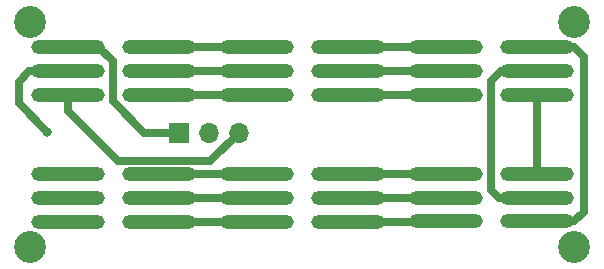
<source format=gbr>
%TF.GenerationSoftware,KiCad,Pcbnew,7.0.9*%
%TF.CreationDate,2025-07-28T09:11:42-04:00*%
%TF.ProjectId,bb8DomeNeopixels,62623844-6f6d-4654-9e65-6f706978656c,rev?*%
%TF.SameCoordinates,Original*%
%TF.FileFunction,Copper,L1,Top*%
%TF.FilePolarity,Positive*%
%FSLAX46Y46*%
G04 Gerber Fmt 4.6, Leading zero omitted, Abs format (unit mm)*
G04 Created by KiCad (PCBNEW 7.0.9) date 2025-07-28 09:11:42*
%MOMM*%
%LPD*%
G01*
G04 APERTURE LIST*
G04 Aperture macros list*
%AMRoundRect*
0 Rectangle with rounded corners*
0 $1 Rounding radius*
0 $2 $3 $4 $5 $6 $7 $8 $9 X,Y pos of 4 corners*
0 Add a 4 corners polygon primitive as box body*
4,1,4,$2,$3,$4,$5,$6,$7,$8,$9,$2,$3,0*
0 Add four circle primitives for the rounded corners*
1,1,$1+$1,$2,$3*
1,1,$1+$1,$4,$5*
1,1,$1+$1,$6,$7*
1,1,$1+$1,$8,$9*
0 Add four rect primitives between the rounded corners*
20,1,$1+$1,$2,$3,$4,$5,0*
20,1,$1+$1,$4,$5,$6,$7,0*
20,1,$1+$1,$6,$7,$8,$9,0*
20,1,$1+$1,$8,$9,$2,$3,0*%
G04 Aperture macros list end*
%TA.AperFunction,SMDPad,CuDef*%
%ADD10RoundRect,0.600000X-2.525000X0.000000X2.525000X0.000000X2.525000X0.000000X-2.525000X0.000000X0*%
%TD*%
%TA.AperFunction,SMDPad,CuDef*%
%ADD11RoundRect,0.600000X2.525000X0.000000X-2.525000X0.000000X-2.525000X0.000000X2.525000X0.000000X0*%
%TD*%
%TA.AperFunction,ComponentPad*%
%ADD12R,1.700000X1.700000*%
%TD*%
%TA.AperFunction,ComponentPad*%
%ADD13O,1.700000X1.700000*%
%TD*%
%TA.AperFunction,ViaPad*%
%ADD14C,2.700000*%
%TD*%
%TA.AperFunction,ViaPad*%
%ADD15C,0.800000*%
%TD*%
%TA.AperFunction,Conductor*%
%ADD16C,0.700000*%
%TD*%
G04 APERTURE END LIST*
D10*
%TO.P,U7,1,3V_in*%
%TO.N,Net-(U4-3V_out)*%
X136755000Y-72167500D03*
%TO.P,U7,2,G_out*%
%TO.N,Net-(U4-G_in)*%
X136755000Y-74167500D03*
%TO.P,U7,3,Input*%
%TO.N,Net-(U4-Output)*%
X136755000Y-76167500D03*
%TO.P,U7,4,3V_out*%
%TO.N,Net-(U10-3V_in)*%
X144505000Y-72167500D03*
%TO.P,U7,5,G_in*%
%TO.N,Net-(U10-G_out)*%
X144505000Y-74167500D03*
%TO.P,U7,6,Output*%
%TO.N,Net-(U10-Input)*%
X144505000Y-76167500D03*
%TD*%
D11*
%TO.P,U5,1,3V_in*%
%TO.N,Net-(U5-3V_in)*%
X128505000Y-86917500D03*
%TO.P,U5,2,G_out*%
%TO.N,Net-(U5-G_out)*%
X128505000Y-84917500D03*
%TO.P,U5,3,Input*%
%TO.N,Net-(U5-Input)*%
X128505000Y-82917500D03*
%TO.P,U5,4,3V_out*%
%TO.N,unconnected-(U5-3V_out-Pad4)*%
X120755000Y-86917500D03*
%TO.P,U5,5,G_in*%
%TO.N,unconnected-(U5-G_in-Pad5)*%
X120755000Y-84917500D03*
%TO.P,U5,6,Output*%
%TO.N,unconnected-(U5-Output-Pad6)*%
X120755000Y-82917500D03*
%TD*%
D10*
%TO.P,U10,1,3V_in*%
%TO.N,Net-(U10-3V_in)*%
X152755000Y-72162500D03*
%TO.P,U10,2,G_out*%
%TO.N,Net-(U10-G_out)*%
X152755000Y-74162500D03*
%TO.P,U10,3,Input*%
%TO.N,Net-(U10-Input)*%
X152755000Y-76162500D03*
%TO.P,U10,4,3V_out*%
%TO.N,Net-(U10-3V_out)*%
X160505000Y-72162500D03*
%TO.P,U10,5,G_in*%
%TO.N,Net-(U10-G_in)*%
X160505000Y-74162500D03*
%TO.P,U10,6,Output*%
%TO.N,Net-(U10-Output)*%
X160505000Y-76162500D03*
%TD*%
D11*
%TO.P,U11,1,3V_in*%
%TO.N,Net-(U10-3V_out)*%
X160505000Y-86912500D03*
%TO.P,U11,2,G_out*%
%TO.N,Net-(U10-G_in)*%
X160505000Y-84912500D03*
%TO.P,U11,3,Input*%
%TO.N,Net-(U10-Output)*%
X160505000Y-82912500D03*
%TO.P,U11,4,3V_out*%
%TO.N,Net-(U11-3V_out)*%
X152755000Y-86912500D03*
%TO.P,U11,5,G_in*%
%TO.N,Net-(U11-G_in)*%
X152755000Y-84912500D03*
%TO.P,U11,6,Output*%
%TO.N,Net-(U11-Output)*%
X152755000Y-82912500D03*
%TD*%
%TO.P,U8,1,3V_in*%
%TO.N,Net-(U11-3V_out)*%
X144505000Y-86917500D03*
%TO.P,U8,2,G_out*%
%TO.N,Net-(U11-G_in)*%
X144505000Y-84917500D03*
%TO.P,U8,3,Input*%
%TO.N,Net-(U11-Output)*%
X144505000Y-82917500D03*
%TO.P,U8,4,3V_out*%
%TO.N,Net-(U5-3V_in)*%
X136755000Y-86917500D03*
%TO.P,U8,5,G_in*%
%TO.N,Net-(U5-G_out)*%
X136755000Y-84917500D03*
%TO.P,U8,6,Output*%
%TO.N,Net-(U5-Input)*%
X136755000Y-82917500D03*
%TD*%
D10*
%TO.P,U4,1,3V_in*%
%TO.N,+3V3*%
X120755000Y-72167500D03*
%TO.P,U4,2,G_out*%
%TO.N,/Sin*%
X120755000Y-74167500D03*
%TO.P,U4,3,Input*%
%TO.N,GND*%
X120755000Y-76167500D03*
%TO.P,U4,4,3V_out*%
%TO.N,Net-(U4-3V_out)*%
X128505000Y-72167500D03*
%TO.P,U4,5,G_in*%
%TO.N,Net-(U4-G_in)*%
X128505000Y-74167500D03*
%TO.P,U4,6,Output*%
%TO.N,Net-(U4-Output)*%
X128505000Y-76167500D03*
%TD*%
D12*
%TO.P,J1,1,Pin_1*%
%TO.N,+3V3*%
X130130000Y-79390000D03*
D13*
%TO.P,J1,2,Pin_2*%
%TO.N,/Sin*%
X132670000Y-79390000D03*
%TO.P,J1,3,Pin_3*%
%TO.N,GND*%
X135210000Y-79390000D03*
%TD*%
D14*
%TO.N,*%
X117570000Y-89041250D03*
X163570000Y-70041250D03*
X117570000Y-70041250D03*
X163570000Y-89041250D03*
D15*
%TO.N,/Sin*%
X119000000Y-79320000D03*
%TD*%
D16*
%TO.N,+3V3*%
X130040000Y-79390000D02*
X127168832Y-79390000D01*
X127168832Y-79390000D02*
X124530000Y-76751168D01*
X123337500Y-72167500D02*
X120755000Y-72167500D01*
X124530000Y-76751168D02*
X124530000Y-73360000D01*
X124530000Y-73360000D02*
X123337500Y-72167500D01*
%TO.N,/Sin*%
X119000000Y-79320000D02*
X116586000Y-76906000D01*
X116586000Y-75064000D02*
X117482500Y-74167500D01*
X116586000Y-76906000D02*
X116586000Y-75064000D01*
X117482500Y-74167500D02*
X120755000Y-74167500D01*
%TO.N,Net-(U4-Output)*%
X128505000Y-76167500D02*
X136755000Y-76167500D01*
%TO.N,Net-(U4-G_in)*%
X128505000Y-74167500D02*
X136755000Y-74167500D01*
%TO.N,Net-(U5-3V_in)*%
X136755000Y-86917500D02*
X128505000Y-86917500D01*
%TO.N,Net-(U4-3V_out)*%
X128505000Y-72167500D02*
X136755000Y-72167500D01*
%TO.N,Net-(U5-Input)*%
X136755000Y-82917500D02*
X128505000Y-82917500D01*
%TO.N,GND*%
X125496332Y-81767500D02*
X125475832Y-81788000D01*
X120755000Y-77575000D02*
X120755000Y-76167500D01*
X131534168Y-81788000D02*
X131513668Y-81767500D01*
X131513668Y-81767500D02*
X125496332Y-81767500D01*
X132812000Y-81788000D02*
X131534168Y-81788000D01*
X135210000Y-79390000D02*
X132812000Y-81788000D01*
X124968000Y-81788000D02*
X120755000Y-77575000D01*
X125475832Y-81788000D02*
X124968000Y-81788000D01*
%TO.N,Net-(U5-G_out)*%
X128505000Y-84917500D02*
X136755000Y-84917500D01*
%TO.N,Net-(U10-Input)*%
X144505000Y-76167500D02*
X152750000Y-76167500D01*
X152750000Y-76167500D02*
X152755000Y-76162500D01*
%TO.N,Net-(U10-G_out)*%
X144505000Y-74167500D02*
X152750000Y-74167500D01*
X152750000Y-74167500D02*
X152755000Y-74162500D01*
%TO.N,Net-(U10-3V_in)*%
X144505000Y-72167500D02*
X152750000Y-72167500D01*
X152750000Y-72167500D02*
X152755000Y-72162500D01*
%TO.N,Net-(U11-Output)*%
X144505000Y-82917500D02*
X152750000Y-82917500D01*
X152750000Y-82917500D02*
X152755000Y-82912500D01*
%TO.N,Net-(U11-G_in)*%
X144510000Y-84912500D02*
X144505000Y-84917500D01*
X152755000Y-84912500D02*
X144510000Y-84912500D01*
%TO.N,Net-(U11-3V_out)*%
X144505000Y-86917500D02*
X152750000Y-86917500D01*
X152750000Y-86917500D02*
X152755000Y-86912500D01*
%TO.N,Net-(U10-Output)*%
X160505000Y-76162500D02*
X160505000Y-82912500D01*
%TO.N,Net-(U10-G_in)*%
X157240000Y-84930000D02*
X157257500Y-84912500D01*
X160505000Y-74162500D02*
X157380001Y-74162500D01*
X157380001Y-74162500D02*
X156550000Y-74992501D01*
X156550000Y-74992501D02*
X156550000Y-84240000D01*
X156550000Y-84240000D02*
X157240000Y-84930000D01*
X157257500Y-84912500D02*
X160505000Y-84912500D01*
%TO.N,Net-(U10-3V_out)*%
X163629999Y-72162500D02*
X164430000Y-72962501D01*
X164430000Y-72962501D02*
X164430000Y-86112499D01*
X163629999Y-86912500D02*
X160505000Y-86912500D01*
X164430000Y-86112499D02*
X163629999Y-86912500D01*
X160505000Y-72162500D02*
X163629999Y-72162500D01*
%TD*%
M02*

</source>
